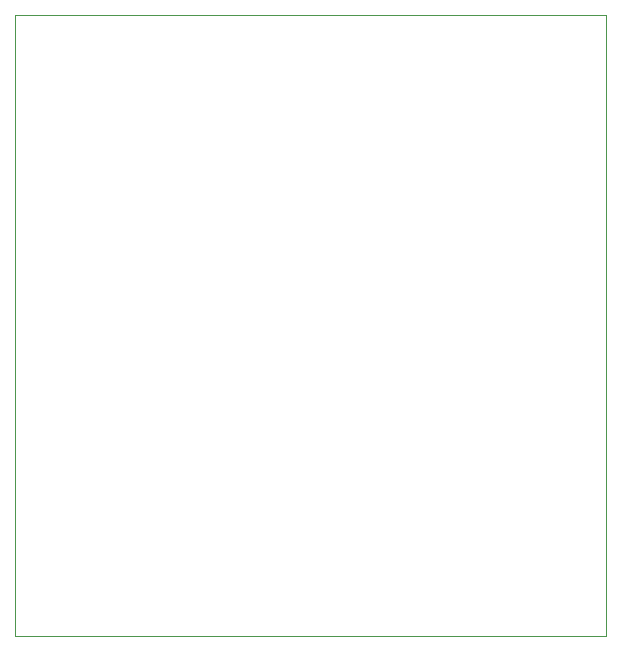
<source format=gbr>
%TF.GenerationSoftware,KiCad,Pcbnew,8.0.8*%
%TF.CreationDate,2025-02-18T10:54:12-06:00*%
%TF.ProjectId,ATTinyFlashLEDs_noSwitch,41545469-6e79-4466-9c61-73684c454473,rev?*%
%TF.SameCoordinates,Original*%
%TF.FileFunction,Profile,NP*%
%FSLAX46Y46*%
G04 Gerber Fmt 4.6, Leading zero omitted, Abs format (unit mm)*
G04 Created by KiCad (PCBNEW 8.0.8) date 2025-02-18 10:54:12*
%MOMM*%
%LPD*%
G01*
G04 APERTURE LIST*
%TA.AperFunction,Profile*%
%ADD10C,0.050000*%
%TD*%
G04 APERTURE END LIST*
D10*
X94996000Y-67310000D02*
X145034000Y-67310000D01*
X145034000Y-119888000D01*
X94996000Y-119888000D01*
X94996000Y-67310000D01*
M02*

</source>
